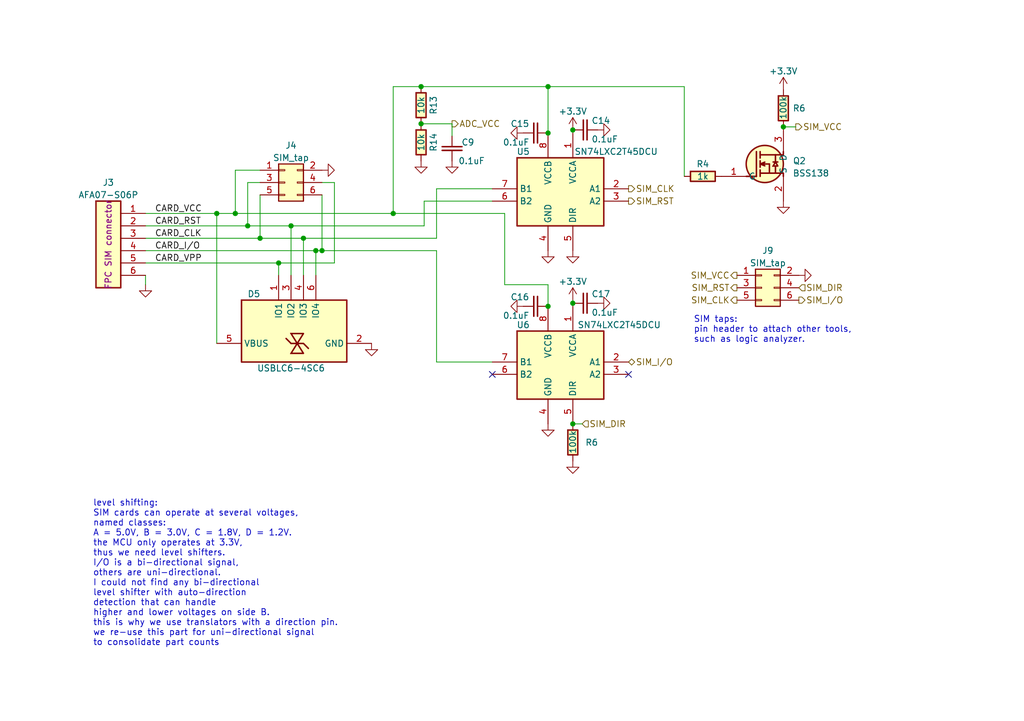
<source format=kicad_sch>
(kicad_sch (version 20230121) (generator eeschema)
  (paper "A5")
  (title_block (title "rSIM") (date "$date$") (rev "$version$.$revision$") (company "CuVoodoo") (comment 1 "King Kévin") (comment 2 "CERN-OHL-S") (comment 3 "SIM interface"))
  (lib_symbols
    (symbol "Connector_Generic:Conn_02x03_Odd_Even" (pin_names (offset 1.016) hide)
      (property "Reference" "J" (at 1.27 5.08 0))
      (property "Value" "Conn_02x03_Odd_Even" (at 1.27 -5.08 0))
      (symbol "Conn_02x03_Odd_Even_1_1"
        (rectangle (start -1.27 -2.413) (end 0 -2.667) (stroke (width 0.1524)))
        (rectangle (start -1.27 0.127) (end 0 -0.127) (stroke (width 0.1524)))
        (rectangle (start -1.27 2.667) (end 0 2.413) (stroke (width 0.1524)))
        (rectangle (start -1.27 3.81) (end 3.81 -3.81) (stroke (width 0.254)) (fill (type background)))
        (rectangle (start 3.81 -2.413) (end 2.54 -2.667) (stroke (width 0.1524)))
        (rectangle (start 3.81 0.127) (end 2.54 -0.127) (stroke (width 0.1524)))
        (rectangle (start 3.81 2.667) (end 2.54 2.413) (stroke (width 0.1524)))
        (pin passive line (at -5.08 2.54 0) (length 3.81) (name "Pin_1") (number "1"))
        (pin passive line (at 7.62 2.54 180) (length 3.81) (name "Pin_2") (number "2"))
        (pin passive line (at -5.08 0 0) (length 3.81) (name "Pin_3") (number "3"))
        (pin passive line (at 7.62 0 180) (length 3.81) (name "Pin_4") (number "4"))
        (pin passive line (at -5.08 -2.54 0) (length 3.81) (name "Pin_5") (number "5"))
        (pin passive line (at 7.62 -2.54 180) (length 3.81) (name "Pin_6") (number "6"))
      )
    )
    (symbol "partdb:TVS/USBLC6-4SC6"
      (property "Reference" "D" (at 0 0.762 0))
      (property "Value" "USBLC6-4SC6" (at 9.652 -22.352 0))
      (symbol "TVS/USBLC6-4SC6_1_1"
        (polyline (pts (xy 8.89 -12.7) (xy 9.906 -13.716)) (stroke (width 0.305)))
        (polyline (pts (xy 8.89 -10.16) (xy 7.874 -9.144)) (stroke (width 0.305)))
        (polyline (pts (xy 8.89 -10.16) (xy 8.89 -12.7)) (stroke (width 0.305)))
        (polyline (pts (xy 6.858 -10.16) (xy 8.89 -11.43) (xy 6.858 -12.7) (xy 6.858 -10.16)) (stroke (width 0.305)) (fill (type background)))
        (polyline (pts (xy 10.922 -10.16) (xy 8.89 -11.43) (xy 10.922 -12.7) (xy 10.922 -10.16)) (stroke (width 0.305)) (fill (type background)))
        (rectangle (start 0 0) (end 12.7 -21.59) (stroke (width 0.305)) (fill (type background)))
        (pin passive line (at -5.08 -7.62 0) (length 5.08) (name "IO1") (number "1"))
        (pin power_in line (at 8.89 -26.67 90) (length 5.08) (name "GND") (number "2"))
        (pin passive line (at -5.08 -10.16 0) (length 5.08) (name "IO2") (number "3"))
        (pin passive line (at -5.08 -12.7 0) (length 5.08) (name "IO3") (number "4"))
        (pin power_in line (at 8.89 5.08 270) (length 5.08) (name "VBUS") (number "5"))
        (pin passive line (at -5.08 -15.24 0) (length 5.08) (name "IO4") (number "6"))
      )
    )
    (symbol "partdb:capacitor/C0603 0.1uF 16V" (pin_numbers hide) (pin_names hide)
      (property "Reference" "C" (at 0 2.794 0))
      (property "Value" "C0603" (at 0 -2.794 0))
      (symbol "capacitor/C0603 0.1uF 16V_1_1"
        (polyline (pts (xy -0.381 2.032) (xy -0.381 -2.032)) (stroke (width 0.305)))
        (polyline (pts (xy 0.381 2.032) (xy 0.381 -2.032)) (stroke (width 0.305)))
        (pin passive line (at -2.54 0 0) (length 2.159) (name "L") (number "1"))
        (pin passive line (at 2.54 0 180) (length 2.159) (name "R") (number "2"))
      )
    )
    (symbol "partdb:connector/AFA07-S06FCC-00" (pin_names hide)
      (property "Reference" "J" (at 2.54 0.762 0))
      (property "Value" "AFA07-S06P" (at 2.54 -18.542 0))
      (symbol "connector/AFA07-S06FCC-00_1_1"
        (rectangle (start 0 0) (end 5.08 -17.78) (stroke (width 0.305)) (fill (type background)))
        (pin passive line (at -5.08 -2.54 0) (length 5.08) (name "1") (number "1"))
        (pin passive line (at -5.08 -5.08 0) (length 5.08) (name "2") (number "2"))
        (pin passive line (at -5.08 -7.62 0) (length 5.08) (name "3") (number "3"))
        (pin passive line (at -5.08 -10.16 0) (length 5.08) (name "4") (number "4"))
        (pin passive line (at -5.08 -12.7 0) (length 5.08) (name "5") (number "5"))
        (pin passive line (at -5.08 -15.24 0) (length 5.08) (name "6") (number "6"))
      )
    )
    (symbol "partdb:nMOS/BSS138"
      (property "Reference" "VT" (at 1.778 4.572 0))
      (property "Value" "BSS138" (at 1.778 -4.572 0))
      (symbol "nMOS/BSS138_1_1"
        (polyline (pts (xy -3.81 -2.54) (xy -1.715 -2.54)) (stroke (width 0.305)))
        (polyline (pts (xy -1.715 2.54) (xy -1.715 -2.54)) (stroke (width 0.305)))
        (polyline (pts (xy -0.953 -1.881) (xy 3.81 -1.881)) (stroke (width 0.305)))
        (polyline (pts (xy -0.953 -1.223) (xy -0.953 -2.54)) (stroke (width 0.305)))
        (polyline (pts (xy -0.953 0) (xy 0.953 0)) (stroke (width 0.305)))
        (polyline (pts (xy -0.953 0.659) (xy -0.953 -0.659)) (stroke (width 0.305)))
        (polyline (pts (xy -0.953 1.881) (xy 3.81 1.881)) (stroke (width 0.305)))
        (polyline (pts (xy -0.953 2.54) (xy -0.953 1.223)) (stroke (width 0.305)))
        (polyline (pts (xy 0.953 0) (xy 0.953 -1.881)) (stroke (width 0.305)))
        (polyline (pts (xy 1.715 0.412) (xy 2.667 0.412)) (stroke (width 0.305)))
        (polyline (pts (xy 2.191 -0.412) (xy 2.191 -1.881)) (stroke (width 0.305)))
        (polyline (pts (xy 2.191 1.881) (xy 2.191 0.412)) (stroke (width 0.305)))
        (polyline (pts (xy 3.81 -1.881) (xy 3.81 -2.54)) (stroke (width 0.305)))
        (polyline (pts (xy 3.81 1.881) (xy 3.81 2.54)) (stroke (width 0.305)))
        (polyline (pts (xy 0 0.381) (xy -0.953 0) (xy 0 -0.381)) (stroke (width 0.305)) (fill (type outline)))
        (polyline (pts (xy 1.715 -0.412) (xy 2.667 -0.412) (xy 2.191 0.412) (xy 1.715 -0.412)) (stroke (width 0.305)))
        (circle (center 0 0) (radius 3.81) (stroke (width 0.305)) (fill (type background)))
        (pin input line (at -8.89 -2.54 0) (length 5.08) (name "G") (number "1"))
        (pin unspecified line (at 3.81 -7.62 90) (length 5.08) (name "S") (number "2"))
        (pin unspecified line (at 3.81 7.62 270) (length 5.08) (name "D") (number "3"))
      )
    )
    (symbol "partdb:resistor/R0603 100K" (pin_numbers hide) (pin_names hide)
      (property "Reference" "R" (at 0 1.778 0))
      (property "Value" "R0603" (at 0 -1.778 0))
      (symbol "resistor/R0603 100K_1_1"
        (rectangle (start -2.54 1.016) (end 2.54 -1.016) (stroke (width 0.305)) (fill (type background)))
        (pin passive line (at -3.81 0 0) (length 1.27) (name "L") (number "1"))
        (pin passive line (at 3.81 0 180) (length 1.27) (name "R") (number "2"))
      )
    )
    (symbol "partdb:resistor/R0603 1K" (pin_numbers hide) (pin_names hide)
      (property "Reference" "R" (at 0 1.778 0))
      (property "Value" "R0603" (at 0 -1.778 0))
      (symbol "resistor/R0603 1K_1_1"
        (rectangle (start -2.54 1.016) (end 2.54 -1.016) (stroke (width 0.305)) (fill (type background)))
        (pin passive line (at -3.81 0 0) (length 1.27) (name "L") (number "1"))
        (pin passive line (at 3.81 0 180) (length 1.27) (name "R") (number "2"))
      )
    )
    (symbol "power:+3.3V" (power) (pin_names (offset 0))
      (property "Value" "+3.3V" (at 0 3.556 0))
      (symbol "+3.3V_0_1"
        (polyline (pts (xy -0.762 1.27) (xy 0 2.54)))
        (polyline (pts (xy 0 0) (xy 0 2.54)))
        (polyline (pts (xy 0 2.54) (xy 0.762 1.27)))
      )
      (symbol "+3.3V_1_1"
        (pin power_in line (at 0 0 90) (length 0) hide (name "+3.3V") (number "1"))
      )
    )
    (symbol "power:GND" (power) (pin_names (offset 0))
      (property "Value" "GND" (at 0 -3.81 0))
      (symbol "GND_0_1"
        (polyline (pts (xy 0 0) (xy 0 -1.27) (xy 1.27 -1.27) (xy 0 -2.54) (xy -1.27 -1.27) (xy 0 -1.27)))
      )
      (symbol "GND_1_1"
        (pin power_in line (at 0 0 270) (length 0) hide (name "GND") (number "1"))
      )
    )
    (symbol "qeda:SN74LXC2T45DCU"
      (property "Reference" "U" (at 0 0.762 0))
      (property "Value" "SN74LXC2T45DCU" (at 12.192 -14.732 0))
      (symbol "SN74LXC2T45DCU_1_1"
        (rectangle (start 0 0) (end 17.78 -13.97) (stroke (width 0.305)) (fill (type background)))
        (pin power_in line (at 6.35 5.08 270) (length 5.08) (name "VCCA") (number "1"))
        (pin bidirectional line (at -5.08 -6.35 0) (length 5.08) (name "A1") (number "2"))
        (pin bidirectional line (at -5.08 -8.89 0) (length 5.08) (name "A2") (number "3"))
        (pin power_in line (at 11.43 -19.05 90) (length 5.08) (name "GND") (number "4"))
        (pin input line (at 6.35 -19.05 90) (length 5.08) (name "DIR") (number "5"))
        (pin bidirectional line (at 22.86 -8.89 180) (length 5.08) (name "B2") (number "6"))
        (pin bidirectional line (at 22.86 -6.35 180) (length 5.08) (name "B1") (number "7"))
        (pin power_in line (at 11.43 5.08 270) (length 5.08) (name "VCCB") (number "8"))
      )
    )
    (symbol "resistor/R0603 10K_3" (pin_numbers hide) (pin_names hide)
      (property "Reference" "R" (at 0 1.778 0))
      (property "Value" "R0603" (at 0 -1.778 0))
      (symbol "resistor/R0603 10K_3_1_1"
        (rectangle (start -2.54 1.016) (end 2.54 -1.016) (stroke (width 0.305)) (fill (type background)))
        (pin passive line (at -3.81 0 0) (length 1.27) (name "L") (number "1"))
        (pin passive line (at 3.81 0 180) (length 1.27) (name "R") (number "2"))
      )
    )
    (symbol "resistor/R0603 10K_5" (pin_numbers hide) (pin_names hide)
      (property "Reference" "R" (at 0 1.778 0))
      (property "Value" "R0603" (at 0 -1.778 0))
      (symbol "resistor/R0603 10K_5_1_1"
        (rectangle (start -2.54 1.016) (end 2.54 -1.016) (stroke (width 0.305)) (fill (type background)))
        (pin passive line (at -3.81 0 0) (length 1.27) (name "L") (number "1"))
        (pin passive line (at 3.81 0 180) (length 1.27) (name "R") (number "2"))
      )
    )
  )
  (junction (at 62.23 48.895))
  (junction (at 50.8 46.355))
  (junction (at 66.04 51.435))
  (junction (at 80.645 43.815))
  (junction (at 64.77 51.435))
  (junction (at 53.34 48.895))
  (junction (at 160.655 26.035))
  (junction (at 117.475 62.23))
  (junction (at 44.45 43.815))
  (junction (at 86.36 25.4))
  (junction (at 112.395 27.305))
  (junction (at 117.475 86.995))
  (junction (at 117.475 26.67))
  (junction (at 59.69 46.355))
  (junction (at 86.36 17.78))
  (junction (at 48.26 43.815))
  (junction (at 112.395 62.865))
  (junction (at 112.395 17.78))
  (junction (at 57.15 53.975))
  (no_connect (at 100.965 76.835))
  (no_connect (at 128.905 76.835))
  (wire (pts (xy 119.38 86.995) (xy 117.475 86.995)))
  (wire (pts (xy 117.475 61.595) (xy 117.475 62.23)))
  (wire (pts (xy 86.995 41.275) (xy 100.965 41.275)))
  (wire (pts (xy 29.845 58.42) (xy 29.845 56.515)))
  (wire (pts (xy 48.26 34.925) (xy 48.26 43.815)))
  (wire (pts (xy 92.71 25.4) (xy 86.36 25.4)))
  (wire (pts (xy 29.845 53.975) (xy 57.15 53.975)))
  (wire (pts (xy 86.36 17.78) (xy 112.395 17.78)))
  (wire (pts (xy 57.15 53.975) (xy 57.15 56.515)))
  (wire (pts (xy 62.23 48.895) (xy 62.23 56.515)))
  (wire (pts (xy 62.23 48.895) (xy 89.535 48.895)))
  (wire (pts (xy 50.8 37.465) (xy 50.8 46.355)))
  (wire (pts (xy 100.965 38.735) (xy 89.535 38.735)))
  (wire (pts (xy 59.69 46.355) (xy 86.995 46.355)))
  (wire (pts (xy 80.645 17.78) (xy 80.645 43.815)))
  (wire (pts (xy 112.395 17.78) (xy 112.395 27.305)))
  (wire (pts (xy 50.8 46.355) (xy 59.69 46.355)))
  (wire (pts (xy 103.505 58.42) (xy 112.395 58.42)))
  (wire (pts (xy 112.395 17.78) (xy 140.335 17.78)))
  (wire (pts (xy 53.34 48.895) (xy 62.23 48.895)))
  (wire (pts (xy 86.995 46.355) (xy 86.995 41.275)))
  (wire (pts (xy 53.34 34.925) (xy 48.26 34.925)))
  (wire (pts (xy 29.845 43.815) (xy 44.45 43.815)))
  (wire (pts (xy 80.645 43.815) (xy 103.505 43.815)))
  (wire (pts (xy 92.71 27.94) (xy 92.71 25.4)))
  (wire (pts (xy 112.395 58.42) (xy 112.395 62.865)))
  (wire (pts (xy 117.475 26.67) (xy 117.475 27.305)))
  (wire (pts (xy 66.04 37.465) (xy 68.58 37.465)))
  (wire (pts (xy 57.15 53.975) (xy 68.58 53.975)))
  (wire (pts (xy 66.04 40.005) (xy 66.04 51.435)))
  (wire (pts (xy 44.45 43.815) (xy 44.45 70.485)))
  (wire (pts (xy 29.845 51.435) (xy 64.77 51.435)))
  (wire (pts (xy 48.26 43.815) (xy 80.645 43.815)))
  (wire (pts (xy 53.34 40.005) (xy 53.34 48.895)))
  (wire (pts (xy 68.58 37.465) (xy 68.58 53.975)))
  (wire (pts (xy 89.535 51.435) (xy 89.535 74.295)))
  (wire (pts (xy 66.04 51.435) (xy 89.535 51.435)))
  (wire (pts (xy 29.845 46.355) (xy 50.8 46.355)))
  (wire (pts (xy 103.505 43.815) (xy 103.505 58.42)))
  (wire (pts (xy 44.45 43.815) (xy 48.26 43.815)))
  (wire (pts (xy 140.335 17.78) (xy 140.335 36.195)))
  (wire (pts (xy 163.195 26.035) (xy 160.655 26.035)))
  (wire (pts (xy 80.645 17.78) (xy 86.36 17.78)))
  (wire (pts (xy 29.845 48.895) (xy 53.34 48.895)))
  (wire (pts (xy 64.77 51.435) (xy 64.77 56.515)))
  (wire (pts (xy 89.535 74.295) (xy 100.965 74.295)))
  (wire (pts (xy 89.535 38.735) (xy 89.535 48.895)))
  (wire (pts (xy 59.69 46.355) (xy 59.69 56.515)))
  (wire (pts (xy 66.04 51.435) (xy 64.77 51.435)))
  (wire (pts (xy 53.34 37.465) (xy 50.8 37.465)))
  (wire (pts (xy 117.475 62.23) (xy 117.475 62.865)))
  (text "level shifting:\nSIM cards can operate at several voltages,\nnamed classes:\nA = 5.0V, B = 3.0V, C = 1.8V, D = 1.2V.\nthe MCU only operates at 3.3V,\nthus we need level shifters.\nI/O is a bi-directional signal,\nothers are uni-directional.\nI could not find any bi-directional\nlevel shifter with auto-direction\ndetection that can handle\nhigher and lower voltages on side B.\nthis is why we use translators with a direction pin.\nwe re-use this part for uni-directional signal\nto consolidate part counts\n" (at 19.05 132.715 0) (effects (font (size 1.27 1.27)) (justify left bottom)))
  (text "SIM taps:\npin header to attach other tools,\nsuch as logic analyzer." (at 142.24 70.485 0) (effects (font (size 1.27 1.27)) (justify left bottom)))
  (label "CARD_RST" (at 31.75 46.355 0))
  (label "CARD_VPP" (at 31.75 53.975 0))
  (label "CARD_CLK" (at 31.75 48.895 0))
  (label "CARD_VCC" (at 31.75 43.815 0))
  (label "CARD_I{slash}O" (at 31.75 51.435 0))
  (hierarchical_label "ADC_VCC" (shape output) (at 92.71 25.4 0))
  (hierarchical_label "SIM_RST" (shape output) (at 128.905 41.275 0))
  (hierarchical_label "SIM_CLK" (shape output) (at 128.905 38.735 0))
  (hierarchical_label "SIM_VCC" (shape output) (at 151.13 56.515 180))
  (hierarchical_label "SIM_VCC" (shape output) (at 163.195 26.035 0))
  (hierarchical_label "SIM_I{slash}O" (shape output) (at 163.83 61.595 0))
  (hierarchical_label "SIM_I{slash}O" (shape bidirectional) (at 128.905 74.295 0))
  (hierarchical_label "SIM_DIR" (shape input) (at 163.83 59.055 0))
  (hierarchical_label "SIM_RST" (shape output) (at 151.13 59.055 180))
  (hierarchical_label "SIM_DIR" (shape input) (at 119.38 86.995 0))
  (hierarchical_label "SIM_CLK" (shape output) (at 151.13 61.595 180))
  (symbol (lib_id "power:GND") (at 112.395 86.995 0) (unit 1)
    (property "Reference" "#PWR073" (effects hide))
    (property "Value" "GND" (effects hide))
    (instances (project "rsim" (path "" (reference "#PWR073") (unit 1)) (path "" (reference "#PWR080") (unit 1)) (path "" (reference "#PWR098") (unit 1))))
  )
  (symbol (lib_id "partdb:connector/AFA07-S06FCC-00") (at 24.765 41.275 0) (mirror y) (unit 1)
    (property "Reference" "J3" (at 22.225 37.465 0))
    (property "Value" "AFA07-S06P" (at 22.225 40.005 0))
    (property "Footprint" "qeda:CONNECTOR_AFA07-S06P" (effects hide))
    (property "Datasheet" "https://datasheet.lcsc.com/lcsc/1811021315_JUSHUO-AFA07-S06FCC-00_C72727.pdf" (effects hide))
    (property "qeda_part" "connector/fpc_afa07" (effects hide))
    (property "qeda_variant" "6p" (effects hide))
    (property "name" "FPC SIM connector" (at 22.225 50.165 90))
    (property "Description" "FPC connector 6-pin 1.0 mm pitch" (effects hide))
    (property "LCSC" "C72727" (effects hide))
    (instances (project "rsim" (path "" (reference "J3") (unit 1)) (path "" (reference "J5") (unit 1)) (path "" (reference "J8") (unit 1))))
  )
  (symbol (lib_id "partdb:capacitor/C0603 0.1uF 16V") (at 109.855 62.865 0) (mirror y) (unit 1)
    (property "Reference" "C16" (at 108.585 60.96 0) (effects (justify left)))
    (property "Value" "0.1uF" (at 108.585 64.77 0) (effects (justify left)))
    (property "Footprint" "qeda:CAPC1608X92N" (effects hide))
    (property "Datasheet" "Chip capacitor 1.6x0.8 mm" (effects hide))
    (property "qeda_part" "capacitor/c0603" (effects hide))
    (property "JLCPCB_CORRECTION" "0;0;-90" (effects hide))
    (property "Description" "100nF ±20% 16V X7R" (effects hide))
    (property "DigiKey" "311-1335-1-ND" (effects hide))
    (instances (project "rsim" (path "" (reference "C16") (unit 1)) (path "" (reference "C15") (unit 1)) (path "" (reference "C20") (unit 1))))
  )
  (symbol (lib_id "partdb:capacitor/C0603 0.1uF 16V") (at 109.855 27.305 0) (mirror y) (unit 1)
    (property "Reference" "C15" (at 108.585 25.4 0) (effects (justify left)))
    (property "Value" "0.1uF" (at 108.585 29.21 0) (effects (justify left)))
    (property "Footprint" "qeda:CAPC1608X92N" (effects hide))
    (property "Datasheet" "Chip capacitor 1.6x0.8 mm" (effects hide))
    (property "qeda_part" "capacitor/c0603" (effects hide))
    (property "JLCPCB_CORRECTION" "0;0;-90" (effects hide))
    (property "Description" "100nF ±20% 16V X7R" (effects hide))
    (property "DigiKey" "311-1335-1-ND" (effects hide))
    (instances (project "rsim" (path "" (reference "C15") (unit 1)) (path "" (reference "C14") (unit 1)) (path "" (reference "C19") (unit 1))))
  )
  (symbol (lib_id "power:GND") (at 112.395 51.435 0) (unit 1)
    (property "Reference" "#PWR072" (effects hide))
    (property "Value" "GND" (effects hide))
    (instances (project "rsim" (path "" (reference "#PWR072") (unit 1)) (path "" (reference "#PWR079") (unit 1)) (path "" (reference "#PWR097") (unit 1))))
  )
  (symbol (lib_id "partdb:nMOS/BSS138") (at 156.845 33.655 0) (unit 1)
    (property "Reference" "Q2" (at 162.56 33.02 0) (effects (justify left)))
    (property "Value" "BSS138" (at 162.56 35.56 0) (effects (justify left)))
    (property "Footprint" "qeda:SOT95P237X112-3N" (effects hide))
    (property "Description" "nMOS 50V 0.2A" (effects hide))
    (property "qeda_part" "transistor/nmos_bss138" (effects hide))
    (property "JLCPCB_CORRECTION" "0;0;180" (effects hide))
    (property "LCSC" "C112239" (effects hide))
    (instances (project "rsim" (path "" (reference "Q2") (unit 1)) (path "" (reference "Q3") (unit 1))))
  )
  (symbol (lib_id "power:GND") (at 86.36 33.02 0) (unit 1)
    (property "Reference" "#PWR091" (effects hide))
    (property "Value" "GND" (effects hide))
    (instances (project "rsim" (path "" (reference "#PWR091") (unit 1)) (path "" (reference "#PWR048") (unit 1)) (path "" (reference "#PWR075") (unit 1)) (path "" (reference "#PWR093") (unit 1))))
  )
  (symbol (lib_name "resistor/R0603 10K_5") (lib_id "partdb:resistor/R0603 10K") (at 86.36 29.21 270) (unit 1)
    (property "Reference" "R14" (at 88.9 29.21 0))
    (property "Value" "10k" (at 86.36 29.21 0))
    (property "Footprint" "qeda:UC1608X55N" (effects hide))
    (property "Datasheet" "resistor, chip, 1.6x0.8 mm" (effects hide))
    (property "qeda_part" "resistor/r0603" (effects hide))
    (property "JLCPCB_CORRECTION" "0;0;-90" (effects hide))
    (property "Description" "10K ±5%" (effects hide))
    (property "name" "resistor, chip, 1.6x0.8 mm" (effects hide))
    (property "LCSC" "C15401" (effects hide))
    (instances (project "rsim" (path "" (reference "R14") (unit 1)) (path "" (reference "R10") (unit 1)) (path "" (reference "R17") (unit 1)) (path "" (reference "R22") (unit 1))))
  )
  (symbol (lib_id "qeda:SN74LXC2T45DCU") (at 123.825 67.945 0) (mirror y) (unit 1)
    (property "Reference" "U6" (at 107.315 66.675 0))
    (property "Value" "SN74LXC2T45DCU" (at 127 66.675 0))
    (property "Footprint" "qeda:SOP50P310X90-8N" (effects hide))
    (property "Datasheet" "https://www.ti.com/lit/gpn/sn74lxc2t45" (effects hide))
    (property "LCSC" "C5217891,C730237" (effects hide))
    (instances (project "rsim" (path "" (reference "U6") (unit 1)) (path "" (reference "U6") (unit 1)) (path "" (reference "U8") (unit 1))))
  )
  (symbol (lib_id "partdb:resistor/R0603 100K") (at 160.655 22.225 90) (unit 1)
    (property "Reference" "R6" (at 162.56 22.225 90) (effects (justify right)))
    (property "Value" "100k" (at 160.655 19.685 0) (effects (justify right)))
    (property "Footprint" "qeda:UC1608X55N" (effects hide))
    (property "Datasheet" "resistor, chip, 1.6x0.8 mm" (effects hide))
    (property "qeda_part" "resistor/r0603" (effects hide))
    (property "JLCPCB_CORRECTION" "0;0;-90" (effects hide))
    (property "Description" "100K ±5%" (effects hide))
    (property "name" "resistor, chip, 1.6x0.8 mm" (effects hide))
    (property "LCSC" "C15458" (effects hide))
    (instances (project "rsim" (path "" (reference "R6") (unit 1)) (path "" (reference "R6") (unit 1)) (path "" (reference "R20") (unit 1)) (path "" (reference "R25") (unit 1))))
  )
  (symbol (lib_id "power:GND") (at 107.315 27.305 270) (unit 1)
    (property "Reference" "#PWR096" (effects hide))
    (property "Value" "GND" (effects hide))
    (instances (project "rsim" (path "" (reference "#PWR096") (unit 1)) (path "" (reference "#PWR077") (unit 1)) (path "" (reference "#PWR095") (unit 1))))
  )
  (symbol (lib_id "power:GND") (at 122.555 62.23 90) (unit 1)
    (property "Reference" "#PWR098" (effects hide))
    (property "Value" "GND" (effects hide))
    (instances (project "rsim" (path "" (reference "#PWR098") (unit 1)) (path "" (reference "#PWR086") (unit 1)) (path "" (reference "#PWR0104") (unit 1))))
  )
  (symbol (lib_name "resistor/R0603 10K_3") (lib_id "partdb:resistor/R0603 10K") (at 86.36 21.59 270) (unit 1)
    (property "Reference" "R13" (at 88.9 21.59 0))
    (property "Value" "10k" (at 86.36 21.59 0))
    (property "Footprint" "qeda:UC1608X55N" (effects hide))
    (property "Datasheet" "resistor, chip, 1.6x0.8 mm" (effects hide))
    (property "qeda_part" "resistor/r0603" (effects hide))
    (property "JLCPCB_CORRECTION" "0;0;-90" (effects hide))
    (property "Description" "10K ±5%" (effects hide))
    (property "name" "resistor, chip, 1.6x0.8 mm" (effects hide))
    (property "LCSC" "C15401" (effects hide))
    (instances (project "rsim" (path "" (reference "R13") (unit 1)) (path "" (reference "R9") (unit 1)) (path "" (reference "R16") (unit 1)) (path "" (reference "R21") (unit 1))))
  )
  (symbol (lib_id "partdb:capacitor/C0603 0.1uF 16V") (at 120.015 62.23 0) (unit 1)
    (property "Reference" "C17" (at 121.285 60.325 0) (effects (justify left)))
    (property "Value" "0.1uF" (at 121.285 64.135 0) (effects (justify left)))
    (property "Footprint" "qeda:CAPC1608X92N" (effects hide))
    (property "Datasheet" "Chip capacitor 1.6x0.8 mm" (effects hide))
    (property "qeda_part" "capacitor/c0603" (effects hide))
    (property "JLCPCB_CORRECTION" "0;0;-90" (effects hide))
    (property "Description" "100nF ±20% 16V X7R" (effects hide))
    (property "DigiKey" "311-1335-1-ND" (effects hide))
    (instances (project "rsim" (path "" (reference "C17") (unit 1)) (path "" (reference "C17") (unit 1)) (path "" (reference "C22") (unit 1))))
  )
  (symbol (lib_id "power:+3.3V") (at 117.475 61.595 0) (unit 1)
    (property "Reference" "#PWR075" (effects hide))
    (property "Value" "+3.3V" (at 117.475 57.785 0))
    (instances (project "rsim" (path "" (reference "#PWR075") (unit 1)) (path "" (reference "#PWR083") (unit 1)) (path "" (reference "#PWR0101") (unit 1))))
  )
  (symbol (lib_id "Connector_Generic:Conn_02x03_Odd_Even") (at 58.42 37.465 0) (unit 1)
    (property "Reference" "J4" (at 59.69 29.845 0))
    (property "Value" "SIM_tap" (at 59.69 32.385 0))
    (property "Footprint" "Connector_IDC:IDC-Header_2x03_P2.54mm_Vertical" (effects hide))
    (instances (project "rsim" (path "" (reference "J4") (unit 1)) (path "" (reference "J6") (unit 1)) (path "" (reference "J9") (unit 1))))
  )
  (symbol (lib_id "power:+3.3V") (at 117.475 26.67 0) (unit 1)
    (property "Reference" "#PWR074" (effects hide))
    (property "Value" "+3.3V" (at 117.475 22.86 0))
    (instances (project "rsim" (path "" (reference "#PWR074") (unit 1)) (path "" (reference "#PWR081") (unit 1)) (path "" (reference "#PWR099") (unit 1))))
  )
  (symbol (lib_id "power:GND") (at 117.475 94.615 0) (unit 1)
    (property "Reference" "#PWR076" (effects hide))
    (property "Value" "GND" (effects hide))
    (instances (project "rsim" (path "" (reference "#PWR076") (unit 1)) (path "" (reference "#PWR084") (unit 1)) (path "" (reference "#PWR0102") (unit 1))))
  )
  (symbol (lib_id "power:GND") (at 122.555 26.67 90) (unit 1)
    (property "Reference" "#PWR095" (effects hide))
    (property "Value" "GND" (effects hide))
    (instances (project "rsim" (path "" (reference "#PWR095") (unit 1)) (path "" (reference "#PWR085") (unit 1)) (path "" (reference "#PWR0103") (unit 1))))
  )
  (symbol (lib_id "partdb:capacitor/C0603 0.1uF 16V") (at 92.71 30.48 270) (mirror x) (unit 1)
    (property "Reference" "C9" (at 94.615 29.21 90) (effects (justify left)))
    (property "Value" "0.1uF" (at 93.98 33.02 90) (effects (justify left)))
    (property "Footprint" "qeda:CAPC1608X92N" (effects hide))
    (property "Datasheet" "Chip capacitor 1.6x0.8 mm" (effects hide))
    (property "qeda_part" "capacitor/c0603" (effects hide))
    (property "JLCPCB_CORRECTION" "0;0;-90" (effects hide))
    (property "Description" "100nF ±20% 16V X7R" (effects hide))
    (property "DigiKey" "311-1335-1-ND" (effects hide))
    (instances (project "rsim" (path "" (reference "C9") (unit 1)) (path "" (reference "C7") (unit 1)) (path "" (reference "C13") (unit 1)) (path "" (reference "C18") (unit 1))))
  )
  (symbol (lib_id "partdb:TVS/USBLC6-4SC6") (at 49.53 61.595 90) (mirror x) (unit 1)
    (property "Reference" "D5" (at 52.07 60.325 90))
    (property "Value" "USBLC6-4SC6" (at 59.69 75.565 90))
    (property "Footprint" "qeda:SOT95P280X145-6N" (effects hide))
    (property "Datasheet" "https://www.st.com/resource/en/datasheet/usblc6-4.pdf" (effects hide))
    (property "qeda_part" "diode/tvs_st_usblc6-4" (effects hide))
    (property "qeda_variant" "sc6" (effects hide))
    (property "Description" "TVS 4-line" (effects hide))
    (property "LCSC" "C558419" (effects hide))
    (instances (project "rsim" (path "" (reference "D5") (unit 1)) (path "" (reference "D9") (unit 1)) (path "" (reference "D10") (unit 1))))
  )
  (symbol (lib_id "power:GND") (at 92.71 33.02 0) (unit 1)
    (property "Reference" "#PWR090" (effects hide))
    (property "Value" "GND" (effects hide))
    (instances (project "rsim" (path "" (reference "#PWR090") (unit 1)) (path "" (reference "#PWR049") (unit 1)) (path "" (reference "#PWR076") (unit 1)) (path "" (reference "#PWR094") (unit 1))))
  )
  (symbol (lib_id "partdb:resistor/R0603 1K") (at 144.145 36.195 0) (unit 1)
    (property "Reference" "R4" (at 144.145 33.655 0))
    (property "Value" "1k" (at 144.145 36.195 0))
    (property "Footprint" "qeda:UC1608X55N" (effects hide))
    (property "Datasheet" "resistor, chip, 1.6x0.8 mm" (effects hide))
    (property "qeda_part" "resistor/r0603" (effects hide))
    (property "JLCPCB_CORRECTION" "0;0;-90" (effects hide))
    (property "Description" "1K ±5%" (effects hide))
    (property "name" "resistor, chip, 1.6x0.8 mm" (effects hide))
    (property "LCSC" "C25585" (effects hide))
    (instances (project "rsim" (path "" (reference "R4") (unit 1)) (path "" (reference "R5") (unit 1)) (path "" (reference "R19") (unit 1)) (path "" (reference "R24") (unit 1))))
  )
  (symbol (lib_id "power:GND") (at 163.83 56.515 90) (unit 1)
    (property "Reference" "#PWR083" (effects hide))
    (property "Value" "GND" (effects hide))
    (instances (project "rsim" (path "" (reference "#PWR083") (unit 1)) (path "" (reference "#PWR089") (unit 1)) (path "" (reference "#PWR0107") (unit 1))))
  )
  (symbol (lib_id "Connector_Generic:Conn_02x03_Odd_Even") (at 156.21 59.055 0) (unit 1)
    (property "Reference" "J9" (at 157.48 51.435 0))
    (property "Value" "SIM_tap" (at 157.48 53.975 0))
    (property "Footprint" "Connector_IDC:IDC-Header_2x03_P2.54mm_Vertical" (effects hide))
    (instances (project "rsim" (path "" (reference "J9") (unit 1)) (path "" (reference "J7") (unit 1)) (path "" (reference "J10") (unit 1))))
  )
  (symbol (lib_id "power:GND") (at 66.04 34.925 90) (unit 1)
    (property "Reference" "#PWR027" (effects hide))
    (property "Value" "GND" (effects hide))
    (instances (project "rsim" (path "" (reference "#PWR027") (unit 1)) (path "" (reference "#PWR073") (unit 1)) (path "" (reference "#PWR091") (unit 1))))
  )
  (symbol (lib_id "partdb:capacitor/C0603 0.1uF 16V") (at 120.015 26.67 0) (unit 1)
    (property "Reference" "C14" (at 121.285 24.765 0) (effects (justify left)))
    (property "Value" "0.1uF" (at 121.285 28.575 0) (effects (justify left)))
    (property "Footprint" "qeda:CAPC1608X92N" (effects hide))
    (property "Datasheet" "Chip capacitor 1.6x0.8 mm" (effects hide))
    (property "qeda_part" "capacitor/c0603" (effects hide))
    (property "JLCPCB_CORRECTION" "0;0;-90" (effects hide))
    (property "Description" "100nF ±20% 16V X7R" (effects hide))
    (property "DigiKey" "311-1335-1-ND" (effects hide))
    (instances (project "rsim" (path "" (reference "C14") (unit 1)) (path "" (reference "C16") (unit 1)) (path "" (reference "C21") (unit 1))))
  )
  (symbol (lib_id "power:+3.3V") (at 160.655 18.415 0) (unit 1)
    (property "Reference" "#PWR074" (effects hide))
    (property "Value" "+3.3V" (at 160.655 14.605 0))
    (instances (project "rsim" (path "" (reference "#PWR074") (unit 1)) (path "" (reference "#PWR087") (unit 1)) (path "" (reference "#PWR0105") (unit 1))))
  )
  (symbol (lib_id "power:GND") (at 76.2 70.485 0) (unit 1)
    (property "Reference" "#PWR028" (effects hide))
    (property "Value" "GND" (effects hide))
    (instances (project "rsim" (path "" (reference "#PWR028") (unit 1)) (path "" (reference "#PWR074") (unit 1)) (path "" (reference "#PWR092") (unit 1))))
  )
  (symbol (lib_id "qeda:SN74LXC2T45DCU") (at 123.825 32.385 0) (mirror y) (unit 1)
    (property "Reference" "U5" (at 107.315 31.115 0))
    (property "Value" "SN74LXC2T45DCU" (at 126.365 31.115 0))
    (property "Footprint" "qeda:SOP50P310X90-8N" (effects hide))
    (property "Datasheet" "https://www.ti.com/lit/gpn/sn74lxc2t45" (effects hide))
    (property "LCSC" "C5217891,C730237" (effects hide))
    (instances (project "rsim" (path "" (reference "U5") (unit 1)) (path "" (reference "U5") (unit 1)) (path "" (reference "U7") (unit 1))))
  )
  (symbol (lib_id "power:GND") (at 29.845 58.42 0) (unit 1)
    (property "Reference" "#PWR026" (effects hide))
    (property "Value" "GND" (effects hide))
    (instances (project "rsim" (path "" (reference "#PWR026") (unit 1)) (path "" (reference "#PWR072") (unit 1)) (path "" (reference "#PWR090") (unit 1))))
  )
  (symbol (lib_id "power:GND") (at 107.315 62.865 270) (unit 1)
    (property "Reference" "#PWR097" (effects hide))
    (property "Value" "GND" (effects hide))
    (instances (project "rsim" (path "" (reference "#PWR097") (unit 1)) (path "" (reference "#PWR078") (unit 1)) (path "" (reference "#PWR096") (unit 1))))
  )
  (symbol (lib_id "power:GND") (at 160.655 41.275 0) (unit 1)
    (property "Reference" "#PWR076" (effects hide))
    (property "Value" "GND" (effects hide))
    (instances (project "rsim" (path "" (reference "#PWR076") (unit 1)) (path "" (reference "#PWR088") (unit 1)) (path "" (reference "#PWR0106") (unit 1))))
  )
  (symbol (lib_id "partdb:resistor/R0603 100K") (at 117.475 90.805 90) (unit 1)
    (property "Reference" "R6" (at 120.015 90.805 90) (effects (justify right)))
    (property "Value" "100k" (at 117.475 88.265 0) (effects (justify right)))
    (property "Footprint" "qeda:UC1608X55N" (effects hide))
    (property "Datasheet" "resistor, chip, 1.6x0.8 mm" (effects hide))
    (property "qeda_part" "resistor/r0603" (effects hide))
    (property "JLCPCB_CORRECTION" "0;0;-90" (effects hide))
    (property "Description" "100K ±5%" (effects hide))
    (property "name" "resistor, chip, 1.6x0.8 mm" (effects hide))
    (property "LCSC" "C15458" (effects hide))
    (instances (project "rsim" (path "" (reference "R6") (unit 1)) (path "" (reference "R6") (unit 1)) (path "" (reference "R18") (unit 1)) (path "" (reference "R23") (unit 1))))
  )
  (symbol (lib_id "power:GND") (at 117.475 51.435 0) (unit 1)
    (property "Reference" "#PWR076" (effects hide))
    (property "Value" "GND" (effects hide))
    (instances (project "rsim" (path "" (reference "#PWR076") (unit 1)) (path "" (reference "#PWR082") (unit 1)) (path "" (reference "#PWR0100") (unit 1))))
  )
)
</source>
